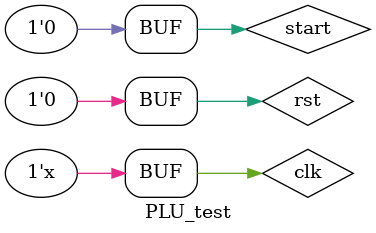
<source format=v>
module PLU_test();
    reg clk = 1'b0;
    reg rst, start, done;
    reg [31:0] w1, w2, w3, w4, a1, a2, a3, a4, out;
    

    always begin
        #10;
        clk = ~clk;
    end

    initial begin
        #5;

        rst = 1'b1;
        #5;
        rst = 1'b0;
        #10;
        start = 1'b1;
        #10;
        start = 1'b0;
        
    end

endmodule
</source>
